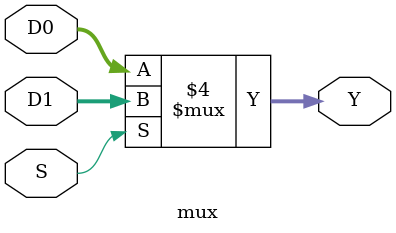
<source format=v>
`timescale 1ns / 1ps


module mux(D0,D1,S,Y);
    input [3:0] D0,D1;
    input S;
    output reg [3:0] Y;
    
    always@(D0 or D1 or S)
    begin
        if(S == 0)
            Y = D0;
        else
            Y = D1;
    end
endmodule

</source>
